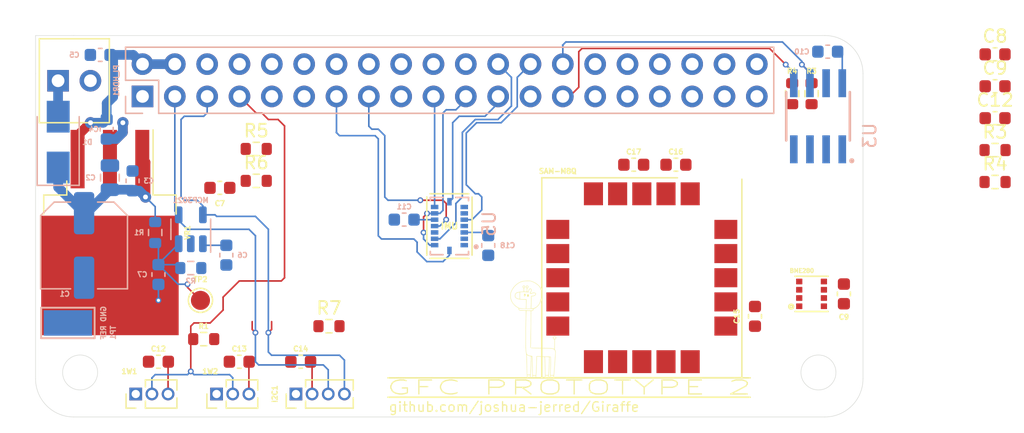
<source format=kicad_pcb>
(kicad_pcb (version 20221018) (generator pcbnew)
  (layers (0 "F.Cu" signal "Front") (1 "In1.Cu" power) (2 "In2.Cu" power) (31 "B.Cu" signal "Back") (34 "B.Paste" user) (35 "F.Paste" user) (36 "B.SilkS" user "B.Silkscreen") (37 "F.SilkS" user "F.Silkscreen") (38 "B.Mask" user) (39 "F.Mask" user) (44 "Edge.Cuts" user))
  (net 0 "")
  (net 1 "GND")
  (net 2 "+3V3")
  (net 3 "+5V")
  (net 4 "I2C0.SDA")
  (net 5 "I2C0.SCL")
  (net 6 "1-Wire")
  (net 7 "SPI0.MOSI")
  (net 8 "SPI0.MISO")
  (net 9 "SPI0.SCLK")
  (net 10 "SPI0.CE0")
  (net 11 "SPI0.CE1")
  (net 12 "EEPROM.SDA")
  (net 13 "EEPROM.SCL")
  (net 14 "BAT Polarized")
  (net 15 "/BAT Reference Voltage")
  (net 29 "GPS TX-Ready")
  (net 31 "+BATT")
  (net 32 "BMI088 Int1")
  (net 33 "BMI088 Int3")
  (footprint "RF_GPS:ublox_SAM-M8Q" (layer "F.Cu") (at 67.625 39.05 -90)
    (fp_text reference "U4" hide)
    (fp_text value "SAM-M8Q" (at -8.382 6.604 180) (layer "F.SilkS") (effects (font (size 0.4 0.4) (thickness 0.1))))
    (pad "1" smd rect (at -6.6 -3.8 270) (size 1.8 1.5) (layers "F.Cu" "F.Mask") (net 1 "GND"))
    (pad "2" smd rect (at -6.6 -1.9 270) (size 1.8 1.5) (layers "F.Cu" "F.Mask") (net 2 "+3V3"))
    (pad "3" smd rect (at -6.6 0 270) (size 1.8 1.5) (layers "F.Cu" "F.Mask") (net 2 "+3V3"))
    (pad "4" smd rect (at -6.6 1.9 270) (size 1.8 1.5) (layers "F.Cu" "F.Mask") (net 1 "GND"))
    (pad "5" smd rect (at -6.6 3.8 270) (size 1.8 1.5) (layers "F.Cu" "F.Mask") (net 1 "GND"))
    (pad "6" smd rect (at -3.8 6.6 270) (size 1.5 1.8) (layers "F.Cu" "F.Mask") (net 1 "GND"))
    (pad "7" smd rect (at -1.9 6.6 270) (size 1.5 1.8) (layers "F.Cu" "F.Mask"))
    (pad "8" smd rect (at 0 6.6 270) (size 1.5 1.8) (layers "F.Cu" "F.Mask"))
    (pad "9" smd rect (at 1.9 6.6 270) (size 1.5 1.8) (layers "F.Cu" "F.Mask") (net 4 "I2C0.SDA"))
    (pad "10" smd rect (at 3.8 6.6 270) (size 1.5 1.8) (layers "F.Cu" "F.Mask") (net 1 "GND"))
    (pad "11" smd rect (at 6.6 3.8 270) (size 1.8 1.5) (layers "F.Cu" "F.Mask") (net 1 "GND"))
    (pad "12" smd rect (at 6.6 1.9 270) (size 1.8 1.5) (layers "F.Cu" "F.Mask") (net 5 "I2C0.SCL"))
    (pad "13" smd rect (at 6.6 0 270) (size 1.8 1.5) (layers "F.Cu" "F.Mask") (net 29 "GPS TX-Ready"))
    (pad "14" smd rect (at 6.6 -1.9 270) (size 1.8 1.5) (layers "F.Cu" "F.Mask"))
    (pad "15" smd rect (at 6.6 -3.8 270) (size 1.8 1.5) (layers "F.Cu" "F.Mask") (net 1 "GND"))
    (pad "16" smd rect (at 3.8 -6.6 270) (size 1.5 1.8) (layers "F.Cu" "F.Mask") (net 1 "GND"))
    (pad "17" smd rect (at 1.9 -6.6 270) (size 1.5 1.8) (layers "F.Cu" "F.Mask") (net 2 "+3V3"))
    (pad "18" smd rect (at 0 -6.6 270) (size 1.5 1.8) (layers "F.Cu" "F.Mask"))
    (pad "19" smd rect (at -1.9 -6.6 270) (size 1.5 1.8) (layers "F.Cu" "F.Mask"))
    (pad "20" smd rect (at -3.8 -6.6 270) (size 1.5 1.8) (layers "F.Cu" "F.Mask") (net 1 "GND"))
  )
  (footprint "Capacitor_SMD:C_0603_1608Metric" (layer "F.Cu") (at 29.652 45.654)
    (fp_text reference "C12" (at 0 -1.016) (layer "F.SilkS") (effects (font (size 0.4 0.4) (thickness 0.8))))
    (fp_text value "0.1µF")
    (pad "1" smd roundrect (at -0.775 0) (size 0.9 0.95) (layers "F.Cu" "F.Paste" "F.Mask") (net 1 "GND"))
    (pad "2" smd roundrect (at 0.775 0) (size 0.9 0.95) (layers "F.Cu" "F.Paste" "F.Mask") (net 2 "+3V3"))
  )
  (footprint "Resistor_SMD:R_0603_1608Metric" (layer "F.Cu") (at 33.208 43.876)
    (fp_text reference "R1" (at 0 -1.016) (layer "F.SilkS") (effects (font (size 0.4 0.4) (thickness 0.8))))
    (fp_text value "30kΩ")
    (pad "1" smd roundrect (at -0.825 0) (size 0.8 0.95) (layers "F.Cu" "F.Paste" "F.Mask") (net 14 "BAT Polarized"))
    (pad "2" smd roundrect (at 0.825 0) (size 0.8 0.95) (layers "F.Cu" "F.Paste" "F.Mask") (net 15 "/BAT Reference Voltage"))
  )
  (footprint "Capacitor_SMD:C_0603_1608Metric" (layer "F.Cu") (at 76.515 42.085 90)
    (fp_text reference "C15" (at 0 -1.43 90) (layer "F.SilkS") (effects (font (size 0.4 0.4) (thickness 0.8))))
    (fp_text value "0.1µF")
    (pad "1" smd roundrect (at -0.775 0 90) (size 0.9 0.95) (layers "F.Cu" "F.Paste" "F.Mask") (net 1 "GND"))
    (pad "2" smd roundrect (at 0.775 0 90) (size 0.9 0.95) (layers "F.Cu" "F.Paste" "F.Mask") (net 2 "+3V3"))
  )
  (footprint "Connector_PinHeader_1.27mm:PinHeader_1x03_P1.27mm_Vertical" (layer "F.Cu") (at 27.869 48.194 90)
    (fp_text reference "1W1" (at 1.778 -0.503 180) (layer "F.SilkS") (effects (font (size 0.4 0.4) (thickness 0.1))))
    (fp_text value "1-Wire")
    (pad "1" thru_hole rect (at 0 0 90) (size 1 1) (drill 0.65) (layers "*.Cu" "*.Mask") (net 1 "GND"))
    (pad "2" thru_hole oval (at 0 1.27 90) (size 1 1) (drill 0.65) (layers "*.Cu" "*.Mask") (net 6 "1-Wire"))
    (pad "3" thru_hole oval (at 0 2.54 90) (size 1 1) (drill 0.65) (layers "*.Cu" "*.Mask") (net 2 "+3V3"))
  )
  (footprint "TestPoint:TestPoint_Pad_D1.5mm" (layer "F.Cu") (at 32.954 40.828)
    (fp_text reference "TP2" (at 0 -1.648) (layer "F.SilkS") (effects (font (size 0.4 0.4) (thickness 0.8))))
    (fp_text value "BAT REF")
    (pad "1" smd circle (at 0 0) (size 1.5 1.5) (layers "F.Cu" "F.Mask") (net 15 "/BAT Reference Voltage"))
  )
  (footprint "Resistor_SMD:R_0603_1608Metric" (layer "F.Cu") (at 37.335 28.92)
    (fp_text reference "R5" (at 0 -1.43) (layer "F.SilkS"))
    (fp_text value "*")
    (pad "1" smd roundrect (at -0.825 0) (size 0.8 0.95) (layers "F.Cu" "F.Paste" "F.Mask") (net 2 "+3V3"))
    (pad "2" smd roundrect (at 0.825 0) (size 0.8 0.95) (layers "F.Cu" "F.Paste" "F.Mask") (net 4 "I2C0.SDA"))
  )
  (footprint "Connector_PinHeader_1.27mm:PinHeader_1x03_P1.27mm_Vertical" (layer "F.Cu") (at 34.219 48.194 90)
    (fp_text reference "1W2" (at 1.778 -0.503 180) (layer "F.SilkS") (effects (font (size 0.4 0.4) (thickness 0.8))))
    (fp_text value "1-Wire")
    (pad "1" thru_hole rect (at 0 0 90) (size 1 1) (drill 0.65) (layers "*.Cu" "*.Mask") (net 1 "GND"))
    (pad "2" thru_hole oval (at 0 1.27 90) (size 1 1) (drill 0.65) (layers "*.Cu" "*.Mask") (net 6 "1-Wire"))
    (pad "3" thru_hole oval (at 0 2.54 90) (size 1 1) (drill 0.65) (layers "*.Cu" "*.Mask") (net 2 "+3V3"))
  )
  (footprint "Resistor_SMD:R_0603_1608Metric" (layer "F.Cu") (at 79.436 24.572 -90)
    (fp_text reference "R4" (at -1.778 0 180) (layer "F.SilkS") (effects (font (size 0.4 0.4) (thickness 0.8))))
    (fp_text value "3.9kΩ")
    (pad "1" smd roundrect (at -0.825 0 270) (size 0.8 0.95) (layers "F.Cu" "F.Paste" "F.Mask") (net 2 "+3V3"))
    (pad "2" smd roundrect (at 0.825 0 270) (size 0.8 0.95) (layers "F.Cu" "F.Paste" "F.Mask") (net 13 "EEPROM.SCL"))
  )
  (footprint "Resistor_SMD:R_0603_1608Metric" (layer "F.Cu") (at 37.335 31.43)
    (fp_text reference "R6" (at 0 -1.43) (layer "F.SilkS"))
    (fp_text value "*")
    (pad "1" smd roundrect (at -0.825 0) (size 0.8 0.95) (layers "F.Cu" "F.Paste" "F.Mask") (net 5 "I2C0.SCL"))
    (pad "2" smd roundrect (at 0.825 0) (size 0.8 0.95) (layers "F.Cu" "F.Paste" "F.Mask") (net 2 "+3V3"))
  )
  (footprint "Capacitor_SMD:C_0603_1608Metric" (layer "F.Cu") (at 40.828 45.654)
    (fp_text reference "C14" (at 0 -1.016) (layer "F.SilkS") (effects (font (size 0.4 0.4) (thickness 0.8))))
    (fp_text value "0.1µF")
    (pad "1" smd roundrect (at -0.775 0) (size 0.9 0.95) (layers "F.Cu" "F.Paste" "F.Mask") (net 2 "+3V3"))
    (pad "2" smd roundrect (at 0.775 0) (size 0.9 0.95) (layers "F.Cu" "F.Paste" "F.Mask") (net 1 "GND"))
  )
  (footprint "footprints:logo2" (layer "F.Cu") (at 59.116 43.114)
    (fp_text reference "G***" hide)
    (fp_text value "LOGO" hide)
  )
  (footprint "Capacitor_SMD:C_0603_1608Metric" (layer "F.Cu") (at 95.375 21.48)
    (fp_text reference "C8" (at 0 -1.43) (layer "F.SilkS"))
    (fp_text value "0.1µF")
    (pad "1" smd roundrect (at -0.775 0) (size 0.9 0.95) (layers "F.Cu" "F.Paste" "F.Mask") (net 1 "GND"))
    (pad "2" smd roundrect (at 0.775 0) (size 0.9 0.95) (layers "F.Cu" "F.Paste" "F.Mask") (net 2 "+3V3"))
  )
  (footprint "Capacitor_SMD:C_0603_1608Metric" (layer "F.Cu") (at 66.99 30.16 180)
    (fp_text reference "C17" (at 0 1.016) (layer "F.SilkS") (effects (font (size 0.4 0.4) (thickness 0.8))))
    (fp_text value "0.1µF")
    (pad "1" smd roundrect (at -0.775 0 180) (size 0.9 0.95) (layers "F.Cu" "F.Paste" "F.Mask") (net 2 "+3V3"))
    (pad "2" smd roundrect (at 0.775 0 180) (size 0.9 0.95) (layers "F.Cu" "F.Paste" "F.Mask") (net 1 "GND"))
  )
  (footprint "Capacitor_SMD:C_0603_1608Metric" (layer "F.Cu") (at 95.375 26.5)
    (fp_text reference "C12" (at 0 -1.43) (layer "F.SilkS"))
    (fp_text value "0.1µF")
    (pad "1" smd roundrect (at -0.775 0) (size 0.9 0.95) (layers "F.Cu" "F.Paste" "F.Mask") (net 1 "GND"))
    (pad "2" smd roundrect (at 0.775 0) (size 0.9 0.95) (layers "F.Cu" "F.Paste" "F.Mask") (net 2 "+3V3"))
  )
  (footprint "footprints:PSON65P250X250X100-8N" (layer "F.Cu") (at 80.96 40.32 180)
    (fp_text reference "U2" hide)
    (fp_text value "BME280" (at 0.762 1.819) (layer "F.SilkS") (effects (font (size 0.321103 0.321103))))
    (pad "1" smd roundrect (at 0.97 -0.975 180) (size 0.49 0.45) (layers "F.Cu" "F.Paste" "F.Mask") (roundrect_rratio 0.06) (net 1 "GND"))
    (pad "2" smd roundrect (at 0.97 -0.325 180) (size 0.49 0.45) (layers "F.Cu" "F.Paste" "F.Mask") (roundrect_rratio 0.06) (net 2 "+3V3"))
    (pad "3" smd roundrect (at 0.97 0.325 180) (size 0.49 0.45) (layers "F.Cu" "F.Paste" "F.Mask") (roundrect_rratio 0.06) (net 4 "I2C0.SDA"))
    (pad "4" smd roundrect (at 0.97 0.975 180) (size 0.49 0.45) (layers "F.Cu" "F.Paste" "F.Mask") (roundrect_rratio 0.06) (net 5 "I2C0.SCL"))
    (pad "5" smd roundrect (at -0.97 0.975 180) (size 0.49 0.45) (layers "F.Cu" "F.Paste" "F.Mask") (roundrect_rratio 0.06) (net 1 "GND"))
    (pad "6" smd roundrect (at -0.97 0.325 180) (size 0.49 0.45) (layers "F.Cu" "F.Paste" "F.Mask") (roundrect_rratio 0.06) (net 2 "+3V3"))
    (pad "7" smd roundrect (at -0.97 -0.325 180) (size 0.49 0.45) (layers "F.Cu" "F.Paste" "F.Mask") (roundrect_rratio 0.06) (net 1 "GND"))
    (pad "8" smd roundrect (at -0.97 -0.975 180) (size 0.49 0.45) (layers "F.Cu" "F.Paste" "F.Mask") (roundrect_rratio 0.06) (net 2 "+3V3"))
  )
  (footprint "Capacitor_SMD:C_0603_1608Metric" (layer "F.Cu") (at 70.305 30.16 180)
    (fp_text reference "C16" (at 0 1.016) (layer "F.SilkS") (effects (font (size 0.4 0.4) (thickness 0.8))))
    (fp_text value "0.1µF")
    (pad "1" smd roundrect (at -0.775 0 180) (size 0.9 0.95) (layers "F.Cu" "F.Paste" "F.Mask") (net 1 "GND"))
    (pad "2" smd roundrect (at 0.775 0 180) (size 0.9 0.95) (layers "F.Cu" "F.Paste" "F.Mask") (net 2 "+3V3"))
  )
  (footprint "GFC-Footprints:OSTVN02A150 2x1 Terminal Block" (layer "F.Cu") (at 21.768 23.556 90)
    (fp_text reference "J1" hide)
    (fp_text value "BAT")
    (pad "1" thru_hole rect (at 0 0 90) (size 1.7 1.7) (drill 1) (layers "*.Cu" "*.Mask") (net 31 "+BATT"))
    (pad "2" thru_hole oval (at 0 2.54 90) (size 1.7 1.7) (drill 1) (layers "*.Cu" "*.Mask") (net 1 "GND"))
  )
  (footprint "Resistor_SMD:R_0603_1608Metric" (layer "F.Cu") (at 80.96 24.572 -90)
    (fp_text reference "R3" (at -1.778 0 180) (layer "F.SilkS") (effects (font (size 0.4 0.4) (thickness 0.8))))
    (fp_text value "3.9kΩ")
    (pad "1" smd roundrect (at -0.825 0 270) (size 0.8 0.95) (layers "F.Cu" "F.Paste" "F.Mask") (net 2 "+3V3"))
    (pad "2" smd roundrect (at 0.825 0 270) (size 0.8 0.95) (layers "F.Cu" "F.Paste" "F.Mask") (net 12 "EEPROM.SDA"))
  )
  (footprint "Connector_PinHeader_1.27mm:PinHeader_1x04_P1.27mm_Vertical" (layer "F.Cu") (at 40.452 48.194 90)
    (fp_text reference "I2C1" (at 0 -1.656 90) (layer "F.SilkS") (effects (font (size 0.4 0.4) (thickness 0.8))))
    (fp_text value "I²C")
    (pad "1" thru_hole rect (at 0 0 90) (size 1 1) (drill 0.65) (layers "*.Cu" "*.Mask") (net 1 "GND"))
    (pad "2" thru_hole oval (at 0 1.27 90) (size 1 1) (drill 0.65) (layers "*.Cu" "*.Mask") (net 2 "+3V3"))
    (pad "3" thru_hole oval (at 0 2.54 90) (size 1 1) (drill 0.65) (layers "*.Cu" "*.Mask") (net 5 "I2C0.SCL"))
    (pad "4" thru_hole oval (at 0 3.81 90) (size 1 1) (drill 0.65) (layers "*.Cu" "*.Mask") (net 4 "I2C0.SDA"))
  )
  (footprint "Capacitor_SMD:C_0603_1608Metric" (layer "F.Cu") (at 83.5 40.32 -90)
    (fp_text reference "C9" (at 1.819 0) (layer "F.SilkS") (effects (font (size 0.4 0.4) (thickness 0.8))))
    (fp_text value "0.1µF")
    (pad "1" smd roundrect (at -0.775 0 270) (size 0.9 0.95) (layers "F.Cu" "F.Paste" "F.Mask") (net 1 "GND"))
    (pad "2" smd roundrect (at 0.775 0 270) (size 0.9 0.95) (layers "F.Cu" "F.Paste" "F.Mask") (net 2 "+3V3"))
  )
  (footprint "Capacitor_SMD:C_0603_1608Metric" (layer "F.Cu") (at 95.375 23.99)
    (fp_text reference "C9" (at 0 -1.43) (layer "F.SilkS"))
    (fp_text value "0.1µF")
    (pad "1" smd roundrect (at -0.775 0) (size 0.9 0.95) (layers "F.Cu" "F.Paste" "F.Mask") (net 1 "GND"))
    (pad "2" smd roundrect (at 0.775 0) (size 0.9 0.95) (layers "F.Cu" "F.Paste" "F.Mask") (net 2 "+3V3"))
  )
  (footprint "Resistor_SMD:R_0603_1608Metric" (layer "F.Cu") (at 43.05 42.86)
    (fp_text reference "R7" (at 0 -1.43) (layer "F.SilkS"))
    (fp_text value "4.7kΩ")
    (pad "1" smd roundrect (at -0.825 0) (size 0.8 0.95) (layers "F.Cu" "F.Paste" "F.Mask") (net 2 "+3V3"))
    (pad "2" smd roundrect (at 0.825 0) (size 0.8 0.95) (layers "F.Cu" "F.Paste" "F.Mask") (net 6 "1-Wire"))
  )
  (footprint "Capacitor_SMD:C_0603_1608Metric" (layer "F.Cu") (at 36.002 45.654)
    (fp_text reference "C13" (at 0 -1.016) (layer "F.SilkS") (effects (font (size 0.4 0.4) (thickness 0.8))))
    (fp_text value "0.1µF")
    (pad "1" smd roundrect (at -0.775 0) (size 0.9 0.95) (layers "F.Cu" "F.Paste" "F.Mask") (net 1 "GND"))
    (pad "2" smd roundrect (at 0.775 0) (size 0.9 0.95) (layers "F.Cu" "F.Paste" "F.Mask") (net 2 "+3V3"))
  )
  (footprint "Resistor_SMD:R_0603_1608Metric" (layer "F.Cu") (at 95.375 31.52)
    (fp_text reference "R4" (at 0 -1.43) (layer "F.SilkS"))
    (fp_text value "3.9kΩ")
    (pad "1" smd roundrect (at -0.825 0) (size 0.8 0.95) (layers "F.Cu" "F.Paste" "F.Mask") (net 2 "+3V3"))
    (pad "2" smd roundrect (at 0.825 0) (size 0.8 0.95) (layers "F.Cu" "F.Paste" "F.Mask") (net 13 "EEPROM.SCL"))
  )
  (footprint "Capacitor_SMD:C_0603_1608Metric" (layer "F.Cu") (at 34.478 31.979)
    (fp_text reference "C7" (at 0 1.229) (layer "F.SilkS") (effects (font (size 0.4 0.4) (thickness 0.8))))
    (fp_text value "0.1µF")
    (pad "1" smd roundrect (at -0.775 0) (size 0.9 0.95) (layers "F.Cu" "F.Paste" "F.Mask") (net 1 "GND"))
    (pad "2" smd roundrect (at 0.775 0) (size 0.9 0.95) (layers "F.Cu" "F.Paste" "F.Mask") (net 15 "/BAT Reference Voltage"))
  )
  (footprint "Package_TO_SOT_SMD:TO-263-3_TabPin2" (layer "F.Cu") (at 25.842 35.494 -90)
    (fp_text reference "VR1" (at 0 -6.096 90) (layer "F.SilkS") (effects (font (size 0.4 0.4) (thickness 0.8))))
    (fp_text value "LM7805")
    (pad "1" smd rect (at -5.775 -2.54 270) (size 4.6 1.1) (layers "F.Cu" "F.Paste" "F.Mask") (net 14 "BAT Polarized"))
    (pad "2" smd rect (at -5.775 0 270) (size 4.6 1.1) (layers "F.Cu" "F.Paste" "F.Mask") (net 1 "GND"))
    (pad "2" smd rect (at 3.375 0 270) (size 9.4 10.8) (layers "F.Cu" "F.Mask") (net 1 "GND"))
    (pad "3" smd rect (at -5.775 2.54 270) (size 4.6 1.1) (layers "F.Cu" "F.Paste" "F.Mask") (net 3 "+5V"))
  )
  (footprint "Resistor_SMD:R_0603_1608Metric" (layer "F.Cu") (at 95.375 29.01)
    (fp_text reference "R3" (at 0 -1.43) (layer "F.SilkS"))
    (fp_text value "3.9kΩ")
    (pad "1" smd roundrect (at -0.825 0) (size 0.8 0.95) (layers "F.Cu" "F.Paste" "F.Mask") (net 2 "+3V3"))
    (pad "2" smd roundrect (at 0.825 0) (size 0.8 0.95) (layers "F.Cu" "F.Paste" "F.Mask") (net 12 "EEPROM.SDA"))
  )
  (footprint "Package_TO_SOT_SMD:SOT-23-5" (layer "B.Cu") (at 32.192 35.24 90)
    (fp_text reference "U1" hide)
    (fp_text value "MCP3021" (at 2.286 0 180) (layer "B.SilkS") (effects (font (size 0.4 0.4) (thickness 0.1)) (justify mirror)))
    (pad "1" smd roundrect (at -1.1375 0.95 90) (size 1.325 0.6) (layers "B.Cu" "B.Paste" "B.Mask") (net 2 "+3V3"))
    (pad "2" smd roundrect (at -1.1375 0 90) (size 1.325 0.6) (layers "B.Cu" "B.Paste" "B.Mask") (net 1 "GND"))
    (pad "3" smd roundrect (at -1.1375 -0.95 90) (size 1.325 0.6) (layers "B.Cu" "B.Paste" "B.Mask") (net 15 "/BAT Reference Voltage"))
    (pad "4" smd roundrect (at 1.1375 -0.95 90) (size 1.325 0.6) (layers "B.Cu" "B.Paste" "B.Mask") (net 4 "I2C0.SDA"))
    (pad "5" smd roundrect (at 1.1375 0.95 90) (size 1.325 0.6) (layers "B.Cu" "B.Paste" "B.Mask") (net 5 "I2C0.SCL"))
  )
  (footprint "Capacitor_SMD:C_0603_1608Metric" (layer "B.Cu") (at 34.986 37.272 90)
    (fp_text reference "C6" (at 0 1.27 180) (layer "B.SilkS") (effects (font (size 0.4 0.4) (thickness 0.8)) (justify mirror)))
    (fp_text value "0.1µF")
    (pad "1" smd roundrect (at -0.775 0 90) (size 0.9 0.95) (layers "B.Cu" "B.Paste" "B.Mask") (net 1 "GND"))
    (pad "2" smd roundrect (at 0.775 0 90) (size 0.9 0.95) (layers "B.Cu" "B.Paste" "B.Mask") (net 2 "+3V3"))
  )
  (footprint "Diode_SMD:D_SMA" (layer "B.Cu") (at 21.778 28.382 90)
    (fp_text reference "D1" (at 0 2.286 180) (layer "B.SilkS") (effects (font (size 0.4 0.4) (thickness 0.8)) (justify mirror)))
    (fp_text value "2A LFV")
    (pad "1" smd rect (at -2 0 90) (size 2.5 1.8) (layers "B.Cu" "B.Paste" "B.Mask") (net 14 "BAT Polarized"))
    (pad "2" smd rect (at 2 0 90) (size 2.5 1.8) (layers "B.Cu" "B.Paste" "B.Mask") (net 31 "+BATT"))
  )
  (footprint "Capacitor_SMD:C_0603_1608Metric" (layer "B.Cu") (at 27.62 31.43 90)
    (fp_text reference "C3" (at 0 1.27 180) (layer "B.SilkS") (effects (font (size 0.4 0.4) (thickness 0.8)) (justify mirror)))
    (fp_text value "0.1µF")
    (pad "1" smd roundrect (at -0.775 0 90) (size 0.9 0.95) (layers "B.Cu" "B.Paste" "B.Mask") (net 14 "BAT Polarized"))
    (pad "2" smd roundrect (at 0.775 0 90) (size 0.9 0.95) (layers "B.Cu" "B.Paste" "B.Mask") (net 1 "GND"))
  )
  (footprint "GFC-Footprints:PQFN50P450X300X100-16N" (layer "B.Cu") (at 52.512 34.986 90)
    (fp_text reference "U5" (at 0.178 3.121 270) (layer "B.SilkS") (effects (justify mirror)))
    (fp_text value "BMI088")
    (pad "1" smd rect (at -1.5 1.165 180) (size 0.59 0.35) (layers "B.Cu" "B.Paste" "B.Mask"))
    (pad "2" smd rect (at -1 1.165 180) (size 0.59 0.35) (layers "B.Cu" "B.Paste" "B.Mask") (net 1 "GND"))
    (pad "3" smd rect (at -0.5 1.165 180) (size 0.59 0.35) (layers "B.Cu" "B.Paste" "B.Mask") (net 2 "+3V3"))
    (pad "4" smd rect (at 0 1.165 180) (size 0.59 0.35) (layers "B.Cu" "B.Paste" "B.Mask") (net 1 "GND"))
    (pad "5" smd rect (at 0.5 1.165 180) (size 0.59 0.35) (layers "B.Cu" "B.Paste" "B.Mask") (net 11 "SPI0.CE1"))
    (pad "6" smd rect (at 1 1.165 180) (size 0.59 0.35) (layers "B.Cu" "B.Paste" "B.Mask") (net 1 "GND"))
    (pad "7" smd rect (at 1.5 1.165 180) (size 0.59 0.35) (layers "B.Cu" "B.Paste" "B.Mask") (net 1 "GND"))
    (pad "8" smd rect (at 1.915 0 270) (size 0.59 0.35) (layers "B.Cu" "B.Paste" "B.Mask") (net 9 "SPI0.SCLK"))
    (pad "9" smd rect (at 1.5 -1.165) (size 0.59 0.35) (layers "B.Cu" "B.Paste" "B.Mask") (net 7 "SPI0.MOSI"))
    (pad "10" smd rect (at 1 -1.165) (size 0.59 0.35) (layers "B.Cu" "B.Paste" "B.Mask") (net 8 "SPI0.MISO"))
    (pad "11" smd rect (at 0.5 -1.165) (size 0.59 0.35) (layers "B.Cu" "B.Paste" "B.Mask") (net 2 "+3V3"))
    (pad "12" smd rect (at 0 -1.165) (size 0.59 0.35) (layers "B.Cu" "B.Paste" "B.Mask") (net 33 "BMI088 Int3"))
    (pad "13" smd rect (at -0.5 -1.165) (size 0.59 0.35) (layers "B.Cu" "B.Paste" "B.Mask"))
    (pad "14" smd rect (at -1 -1.165) (size 0.59 0.35) (layers "B.Cu" "B.Paste" "B.Mask") (net 10 "SPI0.CE0"))
    (pad "15" smd rect (at -1.5 -1.165) (size 0.59 0.35) (layers "B.Cu" "B.Paste" "B.Mask") (net 8 "SPI0.MISO"))
    (pad "16" smd rect (at -1.915 0 90) (size 0.59 0.35) (layers "B.Cu" "B.Paste" "B.Mask") (net 32 "BMI088 Int1"))
  )
  (footprint "Capacitor_SMD:C_0603_1608Metric" (layer "B.Cu") (at 55.56 36.51 90)
    (fp_text reference "C18" (at 0 1.524 180) (layer "B.SilkS") (effects (font (size 0.4 0.4) (thickness 0.8)) (justify mirror)))
    (fp_text value "0.1µF")
    (pad "1" smd roundrect (at -0.775 0 90) (size 0.9 0.95) (layers "B.Cu" "B.Paste" "B.Mask") (net 1 "GND"))
    (pad "2" smd roundrect (at 0.775 0 90) (size 0.9 0.95) (layers "B.Cu" "B.Paste" "B.Mask") (net 2 "+3V3"))
  )
  (footprint "Capacitor_SMD:C_Elec_6.3x7.7" (layer "B.Cu") (at 23.81 36.51 -90)
    (fp_text reference "C1" (at 3.81 1.524 -180) (layer "B.SilkS") (effects (font (size 0.4 0.4) (thickness 0.8)) (justify mirror)))
    (fp_text value "100µF")
    (pad "1" smd roundrect (at -2.5375 0 270) (size 3.325 1.6) (layers "B.Cu" "B.Paste" "B.Mask") (roundrect_rratio 0.15625) (net 14 "BAT Polarized"))
    (pad "2" smd roundrect (at 2.5375 0 270) (size 3.325 1.6) (layers "B.Cu" "B.Paste" "B.Mask") (roundrect_rratio 0.15625) (net 1 "GND"))
  )
  (footprint "Capacitor_SMD:C_0603_1608Metric" (layer "B.Cu") (at 29.652 38.796 90)
    (fp_text reference "C7" (at 0 -1.27) (layer "B.SilkS") (effects (font (size 0.4 0.4) (thickness 0.8)) (justify mirror)))
    (fp_text value "0.1µF")
    (pad "1" smd roundrect (at -0.775 0 90) (size 0.9 0.95) (layers "B.Cu" "B.Paste" "B.Mask") (net 1 "GND"))
    (pad "2" smd roundrect (at 0.775 0 90) (size 0.9 0.95) (layers "B.Cu" "B.Paste" "B.Mask") (net 15 "/BAT Reference Voltage"))
  )
  (footprint "TestPoint:TestPoint_Keystone_5019_Minature" (layer "B.Cu") (at 22.54 42.606)
    (fp_text reference "TP1" (at 3.556 0.762 90) (layer "B.SilkS") (effects (font (size 0.4 0.4) (thickness 0.8)) (justify mirror)))
    (fp_text value "GND REF" (at 2.794 0 90) (layer "B.SilkS") (effects (font (size 0.4 0.4) (thickness 0.1)) (justify mirror)))
    (pad "1" smd rect (at 0 0) (size 3.8 2) (layers "B.Cu" "B.Paste" "B.Mask") (net 1 "GND"))
  )
  (footprint "Capacitor_SMD:C_0603_1608Metric" (layer "B.Cu") (at 48.956 34.478)
    (fp_text reference "C11" (at 0 -1.016) (layer "B.SilkS") (effects (font (size 0.4 0.4) (thickness 0.8)) (justify mirror)))
    (fp_text value "0.1µF")
    (pad "1" smd roundrect (at -0.775 0) (size 0.9 0.95) (layers "B.Cu" "B.Paste" "B.Mask") (net 1 "GND"))
    (pad "2" smd roundrect (at 0.775 0) (size 0.9 0.95) (layers "B.Cu" "B.Paste" "B.Mask") (net 2 "+3V3"))
  )
  (footprint "GFC-Footprints:SOIC127P600X175-8N" (layer "B.Cu") (at 81.468 26.35 90)
    (fp_text reference "U3" (at -1.524 4.064 270) (layer "B.SilkS") (effects (font (size 1.001819 1.001819)) (justify mirror)))
    (fp_text value "CAT24C32")
    (pad "1" smd rect (at -2.6 1.905 180) (size 0.6 2.2) (layers "B.Cu" "B.Paste" "B.Mask") (net 1 "GND"))
    (pad "2" smd rect (at -2.6 0.635 180) (size 0.6 2.2) (layers "B.Cu" "B.Paste" "B.Mask") (net 1 "GND"))
    (pad "3" smd rect (at -2.6 -0.635 180) (size 0.6 2.2) (layers "B.Cu" "B.Paste" "B.Mask") (net 1 "GND"))
    (pad "4" smd rect (at -2.6 -1.905 180) (size 0.6 2.2) (layers "B.Cu" "B.Paste" "B.Mask") (net 1 "GND"))
    (pad "5" smd rect (at 2.6 -1.905 180) (size 0.6 2.2) (layers "B.Cu" "B.Paste" "B.Mask") (net 12 "EEPROM.SDA"))
    (pad "6" smd rect (at 2.6 -0.635 180) (size 0.6 2.2) (layers "B.Cu" "B.Paste" "B.Mask") (net 13 "EEPROM.SCL"))
    (pad "7" smd rect (at 2.6 0.635 180) (size 0.6 2.2) (layers "B.Cu" "B.Paste" "B.Mask"))
    (pad "8" smd rect (at 2.6 1.905 180) (size 0.6 2.2) (layers "B.Cu" "B.Paste" "B.Mask") (net 2 "+3V3"))
  )
  (footprint "Capacitor_SMD:C_0603_1608Metric" (layer "B.Cu") (at 25.588 27.366 -90)
    (fp_text reference "C4" (at 0 1.016 -180) (layer "B.SilkS") (effects (font (size 0.4 0.4) (thickness 0.8)) (justify mirror)))
    (fp_text value "0.1µF")
    (pad "1" smd roundrect (at -0.775 0 270) (size 0.9 0.95) (layers "B.Cu" "B.Paste" "B.Mask") (net 3 "+5V"))
    (pad "2" smd roundrect (at 0.775 0 270) (size 0.9 0.95) (layers "B.Cu" "B.Paste" "B.Mask") (net 1 "GND"))
  )
  (footprint "Connector_PinSocket_2.54mm:PinSocket_2x20_P2.54mm_Vertical" (layer "B.Cu") (at 28.4 24.79 -90)
    (fp_text reference "PI_HDR1" (at -1.234 2.05 -270) (layer "B.SilkS") (effects (font (size 0.4 0.4) (thickness 0.8)) (justify mirror)))
    (fp_text value "PI")
    (pad "1" thru_hole rect locked (at 0 0 270) (size 1.7 1.7) (drill 1) (layers "*.Cu" "*.Mask") (net 2 "+3V3"))
    (pad "2" thru_hole oval locked (at -2.54 0 270) (size 1.7 1.7) (drill 1) (layers "*.Cu" "*.Mask") (net 3 "+5V"))
    (pad "3" thru_hole oval locked (at 0 -2.54 270) (size 1.7 1.7) (drill 1) (layers "*.Cu" "*.Mask") (net 4 "I2C0.SDA"))
    (pad "4" thru_hole oval locked (at -2.54 -2.54 270) (size 1.7 1.7) (drill 1) (layers "*.Cu" "*.Mask") (net 3 "+5V"))
    (pad "5" thru_hole oval locked (at 0 -5.08 270) (size 1.7 1.7) (drill 1) (layers "*.Cu" "*.Mask") (net 5 "I2C0.SCL"))
    (pad "6" thru_hole oval locked (at -2.54 -5.08 270) (size 1.7 1.7) (drill 1) (layers "*.Cu" "*.Mask") (net 1 "GND"))
    (pad "7" thru_hole oval locked (at 0 -7.62 270) (size 1.7 1.7) (drill 1) (layers "*.Cu" "*.Mask") (net 6 "1-Wire"))
    (pad "8" thru_hole oval locked (at -2.54 -7.62 270) (size 1.7 1.7) (drill 1) (layers "*.Cu" "*.Mask"))
    (pad "9" thru_hole oval locked (at 0 -10.16 270) (size 1.7 1.7) (drill 1) (layers "*.Cu" "*.Mask") (net 1 "GND"))
    (pad "10" thru_hole oval locked (at -2.54 -10.16 270) (size 1.7 1.7) (drill 1) (layers "*.Cu" "*.Mask"))
    (pad "11" thru_hole oval locked (at 0 -12.7 270) (size 1.7 1.7) (drill 1) (layers "*.Cu" "*.Mask"))
    (pad "12" thru_hole oval locked (at -2.54 -12.7 270) (size 1.7 1.7) (drill 1) (layers "*.Cu" "*.Mask"))
    (pad "13" thru_hole oval locked (at 0 -15.24 270) (size 1.7 1.7) (drill 1) (layers "*.Cu" "*.Mask"))
    (pad "14" thru_hole oval locked (at -2.54 -15.24 270) (size 1.7 1.7) (drill 1) (layers "*.Cu" "*.Mask") (net 1 "GND"))
    (pad "15" thru_hole oval locked (at 0 -17.78 270) (size 1.7 1.7) (drill 1) (layers "*.Cu" "*.Mask") (net 33 "BMI088 Int3"))
    (pad "16" thru_hole oval locked (at -2.54 -17.78 270) (size 1.7 1.7) (drill 1) (layers "*.Cu" "*.Mask"))
    (pad "17" thru_hole oval locked (at 0 -20.32 270) (size 1.7 1.7) (drill 1) (layers "*.Cu" "*.Mask") (net 2 "+3V3"))
    (pad "18" thru_hole oval locked (at -2.54 -20.32 270) (size 1.7 1.7) (drill 1) (layers "*.Cu" "*.Mask"))
    (pad "19" thru_hole oval locked (at 0 -22.86 270) (size 1.7 1.7) (drill 1) (layers "*.Cu" "*.Mask") (net 7 "SPI0.MOSI"))
    (pad "20" thru_hole oval locked (at -2.54 -22.86 270) (size 1.7 1.7) (drill 1) (layers "*.Cu" "*.Mask") (net 1 "GND"))
    (pad "21" thru_hole oval locked (at 0 -25.4 270) (size 1.7 1.7) (drill 1) (layers "*.Cu" "*.Mask") (net 8 "SPI0.MISO"))
    (pad "22" thru_hole oval locked (at -2.54 -25.4 270) (size 1.7 1.7) (drill 1) (layers "*.Cu" "*.Mask"))
    (pad "23" thru_hole oval locked (at 0 -27.94 270) (size 1.7 1.7) (drill 1) (layers "*.Cu" "*.Mask") (net 9 "SPI0.SCLK"))
    (pad "24" thru_hole oval locked (at -2.54 -27.94 270) (size 1.7 1.7) (drill 1) (layers "*.Cu" "*.Mask") (net 10 "SPI0.CE0"))
    (pad "25" thru_hole oval locked (at 0 -30.48 270) (size 1.7 1.7) (drill 1) (layers "*.Cu" "*.Mask") (net 1 "GND"))
    (pad "26" thru_hole oval locked (at -2.54 -30.48 270) (size 1.7 1.7) (drill 1) (layers "*.Cu" "*.Mask") (net 11 "SPI0.CE1"))
    (pad "27" thru_hole oval locked (at 0 -33.02 270) (size 1.7 1.7) (drill 1) (layers "*.Cu" "*.Mask") (net 12 "EEPROM.SDA"))
    (pad "28" thru_hole oval locked (at -2.54 -33.02 270) (size 1.7 1.7) (drill 1) (layers "*.Cu" "*.Mask") (net 13 "EEPROM.SCL"))
    (pad "29" thru_hole oval locked (at 0 -35.56 270) (size 1.7 1.7) (drill 1) (layers "*.Cu" "*.Mask"))
    (pad "30" thru_hole oval locked (at -2.54 -35.56 270) (size 1.7 1.7) (drill 1) (layers "*.Cu" "*.Mask") (net 1 "GND"))
    (pad "31" thru_hole oval locked (at 0 -38.1 270) (size 1.7 1.7) (drill 1) (layers "*.Cu" "*.Mask"))
    (pad "32" thru_hole oval locked (at -2.54 -38.1 270) (size 1.7 1.7) (drill 1) (layers "*.Cu" "*.Mask"))
    (pad "33" thru_hole oval locked (at 0 -40.64 270) (size 1.7 1.7) (drill 1) (layers "*.Cu" "*.Mask") (net 32 "BMI088 Int1"))
    (pad "34" thru_hole oval locked (at -2.54 -40.64 270) (size 1.7 1.7) (drill 1) (layers "*.Cu" "*.Mask") (net 1 "GND"))
    (pad "35" thru_hole oval locked (at 0 -43.18 270) (size 1.7 1.7) (drill 1) (layers "*.Cu" "*.Mask"))
    (pad "36" thru_hole oval locked (at -2.54 -43.18 270) (size 1.7 1.7) (drill 1) (layers "*.Cu" "*.Mask"))
    (pad "37" thru_hole oval locked (at 0 -45.72 270) (size 1.7 1.7) (drill 1) (layers "*.Cu" "*.Mask") (net 29 "GPS TX-Ready"))
    (pad "38" thru_hole oval locked (at -2.54 -45.72 270) (size 1.7 1.7) (drill 1) (layers "*.Cu" "*.Mask"))
    (pad "39" thru_hole oval locked (at 0 -48.26 270) (size 1.7 1.7) (drill 1) (layers "*.Cu" "*.Mask") (net 1 "GND"))
    (pad "40" thru_hole oval locked (at -2.54 -48.26 270) (size 1.7 1.7) (drill 1) (layers "*.Cu" "*.Mask"))
  )
  (footprint "Capacitor_SMD:C_0805_2012Metric" (layer "B.Cu") (at 25.842 31.176 90)
    (fp_text reference "C2" (at 0 -1.524 180) (layer "B.SilkS") (effects (font (size 0.4 0.4) (thickness 0.8)) (justify mirror)))
    (fp_text value "1µF")
    (pad "1" smd roundrect (at -0.95 0 90) (size 1 1.45) (layers "B.Cu" "B.Paste" "B.Mask") (net 14 "BAT Polarized"))
    (pad "2" smd roundrect (at 0.95 0 90) (size 1 1.45) (layers "B.Cu" "B.Paste" "B.Mask") (net 1 "GND"))
  )
  (footprint "Capacitor_SMD:C_0603_1608Metric" (layer "B.Cu") (at 82.23 21.27)
    (fp_text reference "C10" (at -2.032 0) (layer "B.SilkS") (effects (font (size 0.4 0.4) (thickness 0.8)) (justify mirror)))
    (fp_text value "0.1µF")
    (pad "1" smd roundrect (at -0.775 0) (size 0.9 0.95) (layers "B.Cu" "B.Paste" "B.Mask") (net 1 "GND"))
    (pad "2" smd roundrect (at 0.775 0) (size 0.9 0.95) (layers "B.Cu" "B.Paste" "B.Mask") (net 2 "+3V3"))
  )
  (footprint "Resistor_SMD:R_0603_1608Metric" (layer "B.Cu") (at 32.192 38.288)
    (fp_text reference "R2" (at 0 1.016) (layer "B.SilkS") (effects (font (size 0.4 0.4) (thickness 0.8)) (justify mirror)))
    (fp_text value "7.5kΩ")
    (pad "1" smd roundrect (at -0.825 0) (size 0.8 0.95) (layers "B.Cu" "B.Paste" "B.Mask") (net 15 "/BAT Reference Voltage"))
    (pad "2" smd roundrect (at 0.825 0) (size 0.8 0.95) (layers "B.Cu" "B.Paste" "B.Mask") (net 1 "GND"))
  )
  (footprint "Capacitor_SMD:C_0603_1608Metric" (layer "B.Cu") (at 25.08 21.524 180)
    (fp_text reference "C5" (at 2.032 0) (layer "B.SilkS") (effects (font (size 0.4 0.4) (thickness 0.8)) (justify mirror)))
    (fp_text value "0.1µF")
    (pad "1" smd roundrect (at -0.775 0 180) (size 0.9 0.95) (layers "B.Cu" "B.Paste" "B.Mask") (net 1 "GND"))
    (pad "2" smd roundrect (at 0.775 0 180) (size 0.9 0.95) (layers "B.Cu" "B.Paste" "B.Mask") (net 3 "+5V"))
  )
  (footprint "Resistor_SMD:R_0603_1608Metric" (layer "B.Cu") (at 29.398 35.494 -90)
    (fp_text reference "R1" (at 0 1.27) (layer "B.SilkS") (effects (font (size 0.4 0.4) (thickness 0.8)) (justify mirror)))
    (fp_text value "30kΩ")
    (pad "1" smd roundrect (at -0.825 0 270) (size 0.8 0.95) (layers "B.Cu" "B.Paste" "B.Mask") (net 14 "BAT Polarized"))
    (pad "2" smd roundrect (at 0.825 0 270) (size 0.8 0.95) (layers "B.Cu" "B.Paste" "B.Mask") (net 15 "/BAT Reference Voltage"))
  )
  (gr_line (start 50.734 32.7) (end 50.734 37.272) (stroke (width 0.127)) (layer "F.SilkS"))
  (gr_line (start 50.988 37.526) (end 54.036 37.526) (stroke (width 0.127)) (layer "F.SilkS"))
  (gr_line (start 54.29 32.7) (end 54.29 37.272) (stroke (width 0.127)) (layer "F.SilkS"))
  (gr_line (start 47.686 46.924) (end 76.134 46.924) (stroke (width 0.127)) (layer "F.SilkS"))
  (gr_line (start 47.686 48.448) (end 76.134 48.448) (stroke (width 0.127)) (layer "F.SilkS"))
  (gr_line (start 50.988 32.446) (end 54.036 32.446) (stroke (width 0.127)) (layer "F.SilkS"))
  (gr_line locked (start 20 23) (end 20 47) (stroke (width 0.0381)) (layer "Edge.Cuts"))
  (gr_circle locked (center 81.5 46.5) (end 82.875 46.5) (stroke (width 0.0381)) (fill none) (layer "Edge.Cuts"))
  (gr_arc locked (start 23 50) (mid 20.87868 49.12132) (end 20 47) (stroke (width 0.0381)) (layer "Edge.Cuts"))
  (gr_line (start 20 20) (end 20 23) (stroke (width 0.0381)) (layer "Edge.Cuts"))
  (gr_arc locked (start 85 47) (mid 84.12132 49.12132) (end 82 50) (stroke (width 0.0381)) (layer "Edge.Cuts"))
  (gr_line locked (start 85 23) (end 85 47) (stroke (width 0.0381)) (layer "Edge.Cuts"))
  (gr_line locked (start 23 50) (end 82 50) (stroke (width 0.0381)) (layer "Edge.Cuts"))
  (gr_circle locked (center 23.5 46.5) (end 24.875 46.5) (stroke (width 0.0381)) (fill none) (layer "Edge.Cuts"))
  (gr_arc locked (start 82 20) (mid 84.12132 20.87868) (end 85 23) (stroke (width 0.0381)) (layer "Edge.Cuts"))
  (gr_line (start 23 20) (end 20 20) (stroke (width 0.0381)) (layer "Edge.Cuts"))
  (gr_line locked (start 23 20) (end 82 20) (stroke (width 0.0381)) (layer "Edge.Cuts"))
  (gr_text "github.com/joshua-jerred/Giraffe" (at 57.592 49.21) (layer "F.SilkS") (effects (font (size 0.762 0.762) (thickness 0.1))))
  (gr_text "GFC PROTOTYPE 2" (at 61.91 47.686) (layer "F.SilkS") (effects (font (size 1.1 2.1) (thickness 0.1))))
  (gr_text "IMU" (at 52.512 34.986) (layer "F.SilkS") (effects (font (size 0.5 0.5) (thickness 0.125))))
  (segment (start 26.858 27.62) (end 26.858 26.858) (width 0.762) (layer "F.Cu") (net 1))
  (segment (start 25.842 28.636) (end 26.858 27.62) (width 0.762) (layer "F.Cu") (net 1))
  (segment (start 25.842 29.719) (end 25.842 28.636) (width 0.762) (layer "F.Cu") (net 1))
  (via (at 26.858 26.858) (size 0.889) (drill 0.381) (layers "F.Cu" "B.Cu") (net 1))
  (via (at 29.652 40.828) (size 0.4572) (drill 0.254) (layers "F.Cu" "B.Cu") (net 1))
  (segment (start 26.858 27.62) (end 26.858 26.858) (width 0.762) (layer "B.Cu") (net 1))
  (segment (start 25.588 28.141) (end 26.337 28.141) (width 0.762) (layer "B.Cu") (net 1))
  (segment (start 26.337 28.141) (end 26.858 27.62) (width 0.762) (layer "B.Cu") (net 1))
  (segment (start 29.652 39.571) (end 29.652 40.828) (width 0.127) (layer "B.Cu") (net 1))
  (segment (start 36.759 48.194) (end 36.759 45.672) (width 0.127) (layer "F.Cu") (net 2))
  (segment (start 30.409 45.672) (end 30.427 45.654) (width 0.127) (layer "F.Cu") (net 2))
  (segment (start 41.722 48.194) (end 41.722 45.773) (width 0.127) (layer "F.Cu") (net 2))
  (segment (start 30.409 48.194) (end 30.409 45.672) (width 0.127) (layer "F.Cu") (net 2))
  (segment (start 36.759 45.672) (end 36.777 45.654) (width 0.127) (layer "F.Cu") (net 2))
  (segment (start 41.722 45.773) (end 41.603 45.654) (width 0.127) (layer "F.Cu") (net 2))
  (segment (start 53.677 35.486) (end 55.301 35.486) (width 0.127) (layer "B.Cu") (net 2))
  (segment (start 34.986 36.497) (end 33.2615 36.497) (width 0.127) (layer "B.Cu") (net 2))
  (segment (start 83.373 21.638) (end 83.373 23.75) (width 0.127) (layer "B.Cu") (net 2))
  (segment (start 33.2615 36.497) (end 33.142 36.3775) (width 0.127) (layer "B.Cu") (net 2))
  (segment (start 55.301 35.486) (end 55.306 35.481) (width 0.127) (layer "B.Cu") (net 2))
  (segment (start 83.259 21.524) (end 83.373 21.638) (width 0.127) (layer "B.Cu") (net 2))
  (segment (start 51.347 34.486) (end 49.739 34.486) (width 0.127) (layer "B.Cu") (net 2))
  (segment (start 49.739 34.486) (end 49.731 34.478) (width 0.127) (layer "B.Cu") (net 2))
  (segment (start 23.302 29.719) (end 23.302 27.874) (width 0.762) (layer "F.Cu") (net 3))
  (segment (start 23.302 27.874) (end 24.318 26.858) (width 0.762) (layer "F.Cu") (net 3))
  (via (at 24.318 26.858) (size 0.889) (drill 0.381) (layers "F.Cu" "B.Cu") (net 3))
  (segment (start 25.588 26.591) (end 25.588 25.334) (width 0.762) (layer "B.Cu") (net 3))
  (segment (start 26.096 21.765) (end 25.855 21.524) (width 0.762) (layer "B.Cu") (net 3))
  (segment (start 27.674 21.524) (end 28.4 22.25) (width 0.762) (layer "B.Cu") (net 3))
  (segment (start 26.096 24.826) (end 26.096 21.765) (width 0.762) (layer "B.Cu") (net 3))
  (segment (start 24.318 26.858) (end 25.321 26.858) (width 0.762) (layer "B.Cu") (net 3))
  (segment (start 25.321 26.858) (end 25.588 26.591) (width 0.762) (layer "B.Cu") (net 3))
  (segment (start 25.588 25.334) (end 26.096 24.826) (width 0.762) (layer "B.Cu") (net 3))
  (segment (start 25.855 21.524) (end 27.674 21.524) (width 0.762) (layer "B.Cu") (net 3))
  (segment (start 28.4 22.25) (end 30.94 22.25) (width 0.762) (layer "B.Cu") (net 3))
  (segment (start 37.018 42.5025) (end 37.018 43.114) (width 0.127) (layer "F.Cu") (net 4))
  (segment (start 37.018 43.114) (end 37.272 43.368) (width 0.127) (layer "F.Cu") (net 4))
  (via (at 37.272 43.368) (size 0.4572) (drill 0.254) (layers "F.Cu" "B.Cu") (net 4))
  (segment (start 37.272 35.748) (end 37.272 43.368) (width 0.127) (layer "B.Cu") (net 4))
  (segment (start 31.242 34.1025) (end 31.242 34.544) (width 0.127) (layer "B.Cu") (net 4))
  (segment (start 42.606 45.908) (end 42.992 46.294) (width 0.127) (layer "B.Cu") (net 4))
  (segment (start 42.992 46.294) (end 42.992 48.194) (width 0.127) (layer "B.Cu") (net 4))
  (segment (start 36.764 35.24) (end 37.272 35.748) (width 0.127) (layer "B.Cu") (net 4))
  (segment (start 30.94 24.79) (end 30.94 33.8005) (width 0.127) (layer "B.Cu") (net 4))
  (segment (start 31.242 34.544) (end 31.938 35.24) (width 0.127) (layer "B.Cu") (net 4))
  (segment (start 37.526 45.908) (end 42.606 45.908) (width 0.127) (layer "B.Cu") (net 4))
  (segment (start 37.272 45.654) (end 37.526 45.908) (width 0.127) (layer "B.Cu") (net 4))
  (segment (start 31.938 35.24) (end 36.764 35.24) (width 0.127) (layer "B.Cu") (net 4))
  (segment (start 30.94 33.8005) (end 31.242 34.1025) (width 0.127) (layer "B.Cu") (net 4))
  (segment (start 37.272 43.368) (end 37.272 45.654) (width 0.127) (layer "B.Cu") (net 4))
  (segment (start 38.542 43.114) (end 38.288 43.368) (width 0.127) (layer "F.Cu") (net 5))
  (segment (start 38.542 42.5025) (end 38.542 43.114) (width 0.127) (layer "F.Cu") (net 5))
  (via (at 38.288 43.368) (size 0.4572) (drill 0.254) (layers "F.Cu" "B.Cu") (net 5))
  (segment (start 34.224 34.224) (end 37.272 34.224) (width 0.127) (layer "B.Cu") (net 5))
  (segment (start 38.542 45.146) (end 43.876 45.146) (width 0.127) (layer "B.Cu") (net 5))
  (segment (start 34.1025 34.1025) (end 34.224 34.224) (width 0.127) (layer "B.Cu") (net 5))
  (segment (start 33.208 26.35) (end 31.684 26.35) (width 0.127) (layer "B.Cu") (net 5))
  (segment (start 37.272 34.224) (end 38.288 35.24) (width 0.127) (layer "B.Cu") (net 5))
  (segment (start 32.7 32.954) (end 33.142 33.396) (width 0.127) (layer "B.Cu") (net 5))
  (segment (start 31.684 32.954) (end 32.7 32.954) (width 0.127) (layer "B.Cu") (net 5))
  (segment (start 38.288 35.24) (end 38.288 44.892) (width 0.127) (layer "B.Cu") (net 5))
  (segment (start 43.876 45.146) (end 44.262 45.532) (width 0.127) (layer "B.Cu") (net 5))
  (segment (start 33.142 34.1025) (end 34.1025 34.1025) (width 0.127) (layer "B.Cu") (net 5))
  (segment (start 44.262 45.532) (end 44.262 48.194) (width 0.127) (layer "B.Cu") (net 5))
  (segment (start 31.43 26.604) (end 31.43 32.7) (width 0.127) (layer "B.Cu") (net 5))
  (segment (start 38.288 44.892) (end 38.542 45.146) (width 0.127) (layer "B.Cu") (net 5))
  (segment (start 31.684 26.35) (end 31.43 26.604) (width 0.127) (layer "B.Cu") (net 5))
  (segment (start 33.48 24.79) (end 33.48 26.078) (width 0.127) (layer "B.Cu") (net 5))
  (segment (start 31.43 32.7) (end 31.684 32.954) (width 0.127) (layer "B.Cu") (net 5))
  (segment (start 33.48 26.078) (end 33.208 26.35) (width 0.127) (layer "B.Cu") (net 5))
  (segment (start 33.142 33.396) (end 33.142 34.1025) (width 0.127) (layer "B.Cu") (net 5))
  (segment (start 33.716 42.606) (end 32.446 42.606) (width 0.127) (layer "F.Cu") (net 6))
  (segment (start 37.326 26.096) (end 37.78 26.096) (width 0.127) (layer "F.Cu") (net 6))
  (segment (start 33.716 42.606) (end 34.732 41.59) (width 0.127) (layer "F.Cu") (net 6))
  (segment (start 38.288 26.604) (end 39.05 26.604) (width 0.127) (layer "F.Cu") (net 6))
  (segment (start 36.002 39.304) (end 39.304 39.304) (width 0.127) (layer "F.Cu") (net 6))
  (segment (start 32.192 43.876) (end 32.192 46.416) (width 0.127) (layer "F.Cu") (net 6))
  (segment (start 34.732 40.574) (end 36.002 39.304) (width 0.127) (layer "F.Cu") (net 6))
  (segment (start 39.558 39.05) (end 39.304 39.304) (width 0.127) (layer "F.Cu") (net 6))
  (segment (start 37.78 26.096) (end 38.288 26.604) (width 0.127) (layer "F.Cu") (net 6))
  (segment (start 32.446 42.606) (end 32.192 42.86) (width 0.127) (layer "F.Cu") (net 6))
  (segment (start 34.732 40.574) (end 34.732 41.59) (width 0.127) (layer "F.Cu") (net 6))
  (segment (start 39.558 27.112) (end 39.558 39.05) (width 0.127) (layer "F.Cu") (net 6))
  (segment (start 32.192 42.86) (end 32.192 43.876) (width 0.127) (layer "F.Cu") (net 6))
  (segment (start 39.05 26.604) (end 39.558 27.112) (width 0.127) (layer "F.Cu") (net 6))
  (segment (start 36.02 24.79) (end 37.326 26.096) (width 0.127) (layer "F.Cu") (net 6))
  (via (at 32.192 46.416) (size 0.4572) (drill 0.254) (layers "F.Cu" "B.Cu") (net 6))
  (segment (start 35.489 46.929) (end 35.489 48.194) (width 0.127) (layer "B.Cu") (net 6))
  (segment (start 29.398 46.67) (end 29.139 46.929) (width 0.127) (layer "B.Cu") (net 6))
  (segment (start 31.938 46.67) (end 29.398 46.67) (width 0.127) (layer "B.Cu") (net 6))
  (segment (start 35.24 46.67) (end 35.494 46.924) (width 0.127) (layer "B.Cu") (net 6))
  (segment (start 32.446 46.67) (end 35.24 46.67) (width 0.127) (layer "B.Cu") (net 6))
  (segment (start 35.494 46.924) (end 35.489 46.929) (width 0.127) (layer "B.Cu") (net 6))
  (segment (start 29.139 46.929) (end 29.139 48.194) (width 0.127) (layer "B.Cu") (net 6))
  (segment (start 32.192 46.416) (end 32.446 46.67) (width 0.127) (layer "B.Cu") (net 6))
  (segment (start 32.192 46.416) (end 31.938 46.67) (width 0.127) (layer "B.Cu") (net 6))
  (segment (start 51.347 33.486) (end 51.347 24.877) (width 0.127) (layer "B.Cu") (net 7))
  (segment (start 51.347 24.877) (end 51.26 24.79) (width 0.127) (layer "B.Cu") (net 7))
  (segment (start 50.48 34.26745) (end 50.754318 33.993132) (width 0.127) (layer "F.Cu") (net 8))
  (segment (start 50.48 35.494) (end 50.48 34.26745) (width 0.127) (layer "F.Cu") (net 8))
  (via (at 50.48 35.494) (size 0.4572) (drill 0.254) (layers "F.Cu" "B.Cu") (net 8))
  (via (at 50.754318 33.993132) (size 0.4572) (drill 0.254) (layers "F.Cu" "B.Cu") (net 8))
  (segment (start 50.48 36.002) (end 50.964 36.486) (width 0.127) (layer "B.Cu") (net 8))
  (segment (start 51.769 33.986) (end 52.004 33.751) (width 0.127) (layer "B.Cu") (net 8))
  (segment (start 52.258 25.842) (end 53.02 25.842) (width 0.127) (layer "B.Cu") (net 8))
  (segment (start 52.004 33.751) (end 52.004 26.096) (width 0.127) (layer "B.Cu") (net 8))
  (segment (start 51.347 36.486) (end 50.964 36.486) (width 0.127) (layer "B.Cu") (net 8))
  (segment (start 53.8 25.062) (end 53.8 24.79) (width 0.127) (layer "B.Cu") (net 8))
  (segment (start 51.339868 33.993132) (end 51.347 33.986) (width 0.127) (layer "B.Cu") (net 8))
  (segment (start 50.754318 33.993132) (end 51.339868 33.993132) (width 0.127) (layer "B.Cu") (net 8))
  (segment (start 52.004 26.096) (end 52.258 25.842) (width 0.127) (layer "B.Cu") (net 8))
  (segment (start 51.347 33.986) (end 51.769 33.986) (width 0.127) (layer "B.Cu") (net 8))
  (segment (start 50.48 36.002) (end 50.48 35.494) (width 0.127) (layer "B.Cu") (net 8))
  (segment (start 53.02 25.842) (end 53.8 25.062) (width 0.127) (layer "B.Cu") (net 8))
  (segment (start 55.306 26.35) (end 56.34 25.316) (width 0.127) (layer "B.Cu") (net 9))
  (segment (start 52.766 26.858) (end 53.274 26.35) (width 0.127) (layer "B.Cu") (net 9))
  (segment (start 53.274 26.35) (end 55.306 26.35) (width 0.127) (layer "B.Cu") (net 9))
  (segment (start 52.766 32.817) (end 52.766 26.858) (width 0.127) (layer "B.Cu") (net 9))
  (segment (start 52.512 33.071) (end 52.766 32.817) (width 0.127) (layer "B.Cu") (net 9))
  (segment (start 56.34 25.316) (end 56.34 24.79) (width 0.127) (layer "B.Cu") (net 9))
  (segment (start 53.02 34.735) (end 51.769 35.986) (width 0.127) (layer "B.Cu") (net 10))
  (segment (start 53.02 33.208) (end 53.02 34.735) (width 0.127) (layer "B.Cu") (net 10))
  (segment (start 57.3805 25.5455) (end 56.322 26.604) (width 0.127) (layer "B.Cu") (net 10))
  (segment (start 56.322 26.604) (end 54.544 26.604) (width 0.127) (layer "B.Cu") (net 10))
  (segment (start 53.528 27.62) (end 53.528 32.7) (width 0.127) (layer "B.Cu") (net 10))
  (segment (start 57.3805 23.2905) (end 57.3805 25.5455) (width 0.127) (layer "B.Cu") (net 10))
  (segment (start 56.34 22.25) (end 57.3805 23.2905) (width 0.127) (layer "B.Cu") (net 10))
  (segment (start 54.544 26.604) (end 53.528 27.62) (width 0.127) (layer "B.Cu") (net 10))
  (segment (start 53.528 32.7) (end 53.02 33.208) (width 0.127) (layer "B.Cu") (net 10))
  (segment (start 51.769 35.986) (end 51.347 35.986) (width 0.127) (layer "B.Cu") (net 10))
  (segment (start 55.052 32.7) (end 55.052 33.716) (width 0.127) (layer "B.Cu") (net 11))
  (segment (start 54.64921 26.858) (end 53.834605 27.672605) (width 0.127) (layer "B.Cu") (net 11))
  (segment (start 54.798 32.446) (end 55.052 32.7) (width 0.127) (layer "B.Cu") (net 11))
  (segment (start 54.544 32.446) (end 54.798 32.446) (width 0.127) (layer "B.Cu") (net 11))
  (segment (start 53.834605 31.736605) (end 54.544 32.446) (width 0.127) (layer "B.Cu") (net 11))
  (segment (start 58.88 22.25) (end 57.8395 23.2905) (width 0.127) (layer "B.Cu") (net 11))
  (segment (start 57.8395 25.5945) (end 56.576 26.858) (width 0.127) (layer "B.Cu") (net 11))
  (segment (start 53.834605 27.672605) (end 53.834605 31.736605) (width 0.127) (layer "B.Cu") (net 11))
  (segment (start 56.576 26.858) (end 54.64921 26.858) (width 0.127) (layer "B.Cu") (net 11))
  (segment (start 57.8395 23.2905) (end 57.8395 25.5945) (width 0.127) (layer "B.Cu") (net 11))
  (segment (start 55.052 33.716) (end 54.282 34.486) (width 0.127) (layer "B.Cu") (net 11))
  (segment (start 54.282 34.486) (end 53.677 34.486) (width 0.127) (layer "B.Cu") (net 11))
  (segment (start 61.946 24.79) (end 61.42 24.79) (width 0.127) (layer "F.Cu") (net 12))
  (segment (start 79.436 22.794) (end 78.928 22.286) (width 0.127) (layer "F.Cu") (net 12))
  (segment (start 78.928 22.286) (end 77.658 21.016) (width 0.127) (layer "F.Cu") (net 12))
  (segment (start 62.672 21.27) (end 62.672 24.064) (width 0.127) (layer "F.Cu") (net 12))
  (segment (start 77.658 21.016) (end 62.926 21.016) (width 0.127) (layer "F.Cu") (net 12))
  (segment (start 62.926 21.016) (end 62.672 21.27) (width 0.127) (layer "F.Cu") (net 12))
  (segment (start 79.436 23.747) (end 79.436 22.794) (width 0.127) (layer "F.Cu") (net 12))
  (segment (start 62.672 24.064) (end 61.946 24.79) (width 0.127) (layer "F.Cu") (net 12))
  (via (at 78.928 22.286) (size 0.4572) (drill 0.254) (layers "F.Cu" "B.Cu") (net 12))
  (segment (start 79.563 22.921) (end 79.563 23.75) (width 0.127) (layer "B.Cu") (net 12))
  (segment (start 78.928 22.286) (end 79.563 22.921) (width 0.127) (layer "B.Cu") (net 12))
  (segment (start 80.96 23.048) (end 80.198 22.286) (width 0.127) (layer "F.Cu") (net 13))
  (segment (start 80.96 23.747) (end 80.96 23.048) (width 0.127) (layer "F.Cu") (net 13))
  (via (at 80.198 22.286) (size 0.4572) (drill 0.254) (layers "F.Cu" "B.Cu") (net 13))
  (segment (start 61.42 20.78) (end 61.42 22.25) (width 0.127) (layer "B.Cu") (net 13))
  (segment (start 80.198 22.286) (end 80.833 22.921) (width 0.127) (layer "B.Cu") (net 13))
  (segment (start 61.402 20.762) (end 61.42 20.78) (width 0.127) (layer "B.Cu") (net 13))
  (segment (start 80.198 22.286) (end 80.198 22.032) (width 0.127) (layer "B.Cu") (net 13))
  (segment (start 78.674 20.508) (end 61.656 20.508) (width 0.127) (layer "B.Cu") (net 13))
  (segment (start 61.656 20.508) (end 61.402 20.762) (width 0.127) (layer "B.Cu") (net 13))
  (segment (start 80.198 22.032) (end 78.674 20.508) (width 0.127) (layer "B.Cu") (net 13))
  (segment (start 80.833 22.921) (end 80.833 23.75) (width 0.127) (layer "B.Cu") (net 13))
  (segment (start 28.636 32.7) (end 28.636 29.973) (width 0.762) (layer "F.Cu") (net 14))
  (segment (start 28.636 29.973) (end 28.382 29.719) (width 0.762) (layer "F.Cu") (net 14))
  (via (at 28.636 32.7) (size 0.889) (drill 0.381) (layers "F.Cu" "B.Cu") (net 14))
  (segment (start 21.778 31.9405) (end 23.81 33.9725) (width 0.762) (layer "B.Cu") (net 14))
  (segment (start 27.62 32.205) (end 28.141 32.205) (width 0.762) (layer "B.Cu") (net 14))
  (segment (start 25.842 32.126) (end 27.541 32.126) (width 0.762) (layer "B.Cu") (net 14))
  (segment (start 29.398 34.669) (end 29.398 33.462) (width 0.127) (layer "B.Cu") (net 14))
  (segment (start 23.9955 33.9725) (end 25.842 32.126) (width 0.762) (layer "B.Cu") (net 14))
  (segment (start 21.778 30.382) (end 21.778 31.9405) (width 0.762) (layer "B.Cu") (net 14))
  (segment (start 28.141 32.205) (end 28.636 32.7) (width 0.762) (layer "B.Cu") (net 14))
  (segment (start 27.541 32.126) (end 27.62 32.205) (width 0.762) (layer "B.Cu") (net 14))
  (segment (start 29.398 33.462) (end 28.636 32.7) (width 0.127) (layer "B.Cu") (net 14))
  (segment (start 23.81 33.9725) (end 23.9955 33.9725) (width 0.762) (layer "B.Cu") (net 14))
  (segment (start 32.954 40.828) (end 31.938 39.812) (width 0.127) (layer "F.Cu") (net 15))
  (segment (start 31.938 39.812) (end 31.938 39.558) (width 0.127) (layer "F.Cu") (net 15))
  (via (at 31.938 39.558) (size 0.4572) (drill 0.254) (layers "F.Cu" "B.Cu") (net 15))
  (segment (start 31.1 38.021) (end 31.367 38.288) (width 0.127) (layer "B.Cu") (net 15))
  (segment (start 29.398 36.319) (end 29.652 36.573) (width 0.127) (layer "B.Cu") (net 15))
  (segment (start 29.652 36.573) (end 29.652 38.021) (width 0.127) (layer "B.Cu") (net 15))
  (segment (start 29.652 38.021) (end 31.1 38.021) (width 0.127) (layer "B.Cu") (net 15))
  (segment (start 29.652 37.9675) (end 31.242 36.3775) (width 0.127) (layer "B.Cu") (net 15))
  (segment (start 31.189 39.558) (end 31.938 39.558) (width 0.127) (layer "B.Cu") (net 15))
  (segment (start 29.652 38.021) (end 29.652 37.9675) (width 0.127) (layer "B.Cu") (net 15))
  (segment (start 29.652 38.021) (end 31.189 39.558) (width 0.127) (layer "B.Cu") (net 15))
  (segment (start 21.768 26.372) (end 21.778 26.382) (width 0.762) (layer "B.Cu") (net 31))
  (segment (start 21.768 23.556) (end 21.768 26.372) (width 0.762) (layer "B.Cu") (net 31))
  (segment (start 49.718 36.002) (end 47.178 36.002) (width 0.127) (layer "B.Cu") (net 32))
  (segment (start 50.734 37.78) (end 49.972 37.018) (width 0.127) (layer "B.Cu") (net 32))
  (segment (start 52.512 36.901) (end 52.512 37.272) (width 0.127) (layer "B.Cu") (net 32))
  (segment (start 52.512 37.272) (end 52.004 37.78) (width 0.127) (layer "B.Cu") (net 32))
  (segment (start 43.876 27.874) (end 43.622 27.62) (width 0.127) (layer "B.Cu") (net 32))
  (segment (start 43.622 27.62) (end 43.64 27.602) (width 0.127) (layer "B.Cu") (net 32))
  (segment (start 47.178 36.002) (end 46.924 35.748) (width 0.127) (layer "B.Cu") (net 32))
  (segment (start 46.67 27.874) (end 43.876 27.874) (width 0.127) (layer "B.Cu") (net 32))
  (segment (start 52.004 37.78) (end 50.734 37.78) (width 0.127) (layer "B.Cu") (net 32))
  (segment (start 46.924 35.748) (end 46.924 28.128) (width 0.127) (layer "B.Cu") (net 32))
  (segment (start 49.972 37.018) (end 49.972 36.256) (width 0.127) (layer "B.Cu") (net 32))
  (segment (start 46.924 28.128) (end 46.67 27.874) (width 0.127) (layer "B.Cu") (net 32))
  (segment (start 49.972 36.256) (end 49.718 36.002) (width 0.127) (layer "B.Cu") (net 32))
  (segment (start 43.64 27.602) (end 43.64 24.79) (width 0.127) (layer "B.Cu") (net 32))
  (segment (start 52.258 33.208) (end 52.004 32.954) (width 0.127) (layer "F.Cu") (net 33))
  (segment (start 52.258 34.478) (end 52.258 33.208) (width 0.127) (layer "F.Cu") (net 33))
  (segment (start 52.004 32.954) (end 50.226 32.954) (width 0.127) (layer "F.Cu") (net 33))
  (via (at 50.226 32.954) (size 0.4572) (drill 0.254) (layers "F.Cu" "B.Cu") (net 33))
  (via (at 52.258 34.478) (size 0.4572) (drill 0.254) (layers "F.Cu" "B.Cu") (net 33))
  (segment (start 47.432 32.7) (end 47.432 27.874) (width 0.127) (layer "B.Cu") (net 33))
  (segment (start 51.75 34.986) (end 52.258 34.478) (width 0.127) (layer "B.Cu") (net 33))
  (segment (start 47.432 27.874) (end 46.924 27.366) (width 0.127) (layer "B.Cu") (net 33))
  (segment (start 51.347 34.986) (end 51.75 34.986) (width 0.127) (layer "B.Cu") (net 33))
  (segment (start 50.226 32.954) (end 47.686 32.954) (width 0.127) (layer "B.Cu") (net 33))
  (segment (start 46.416 27.366) (end 46.18 27.13) (width 0.127) (layer "B.Cu") (net 33))
  (segment (start 46.18 27.13) (end 46.18 24.79) (width 0.127) (layer "B.Cu") (net 33))
  (segment (start 46.924 27.366) (end 46.416 27.366) (width 0.127) (layer "B.Cu") (net 33))
  (segment (start 47.686 32.954) (end 47.432 32.7) (width 0.127) (layer "B.Cu") (net 33))
)
</source>
